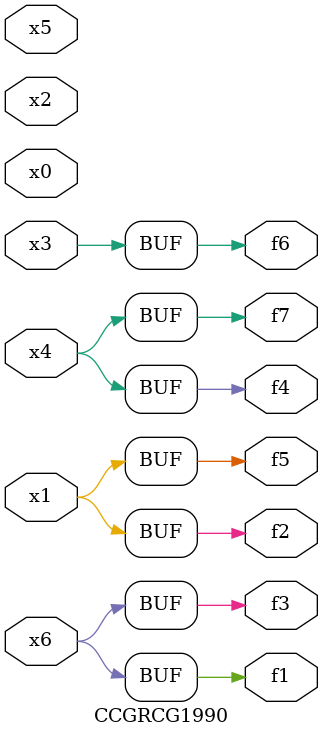
<source format=v>
module CCGRCG1990(
	input x0, x1, x2, x3, x4, x5, x6,
	output f1, f2, f3, f4, f5, f6, f7
);
	assign f1 = x6;
	assign f2 = x1;
	assign f3 = x6;
	assign f4 = x4;
	assign f5 = x1;
	assign f6 = x3;
	assign f7 = x4;
endmodule

</source>
